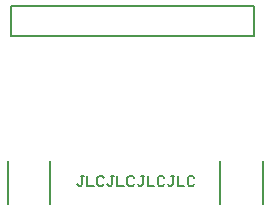
<source format=gto>
G04*
G04 #@! TF.GenerationSoftware,Altium Limited,CircuitStudio,1.5.2 (30)*
G04*
G04 Layer_Color=65535*
%FSLAX25Y25*%
%MOIN*%
G70*
G01*
G75*
%ADD13C,0.00787*%
%ADD14C,0.00630*%
D13*
X211417Y405630D02*
Y415630D01*
X292402D01*
Y405630D02*
Y415630D01*
X211417Y405630D02*
X292402D01*
X210236Y349606D02*
Y363779D01*
X224410Y349606D02*
Y363779D01*
X281101Y349606D02*
Y363779D01*
X295275Y349606D02*
Y363779D01*
D14*
X235695Y358857D02*
X234580D01*
X235137D01*
Y356069D01*
X234580Y355512D01*
X234022D01*
X233465Y356069D01*
X236810Y358857D02*
Y355512D01*
X239040D01*
X242386Y358300D02*
X241828Y358857D01*
X240713D01*
X240155Y358300D01*
Y356069D01*
X240713Y355512D01*
X241828D01*
X242386Y356069D01*
X245731Y358857D02*
X244616D01*
X245173D01*
Y356069D01*
X244616Y355512D01*
X244058D01*
X243501Y356069D01*
X246846Y358857D02*
Y355512D01*
X249076D01*
X252422Y358300D02*
X251864Y358857D01*
X250749D01*
X250191Y358300D01*
Y356069D01*
X250749Y355512D01*
X251864D01*
X252422Y356069D01*
X255767Y358857D02*
X254652D01*
X255209D01*
Y356069D01*
X254652Y355512D01*
X254094D01*
X253537Y356069D01*
X256882Y358857D02*
Y355512D01*
X259113D01*
X262458Y358300D02*
X261900Y358857D01*
X260785D01*
X260228Y358300D01*
Y356069D01*
X260785Y355512D01*
X261900D01*
X262458Y356069D01*
X265803Y358857D02*
X264688D01*
X265246D01*
Y356069D01*
X264688Y355512D01*
X264130D01*
X263573Y356069D01*
X266918Y358857D02*
Y355512D01*
X269149D01*
X272494Y358300D02*
X271936Y358857D01*
X270821D01*
X270264Y358300D01*
Y356069D01*
X270821Y355512D01*
X271936D01*
X272494Y356069D01*
M02*

</source>
